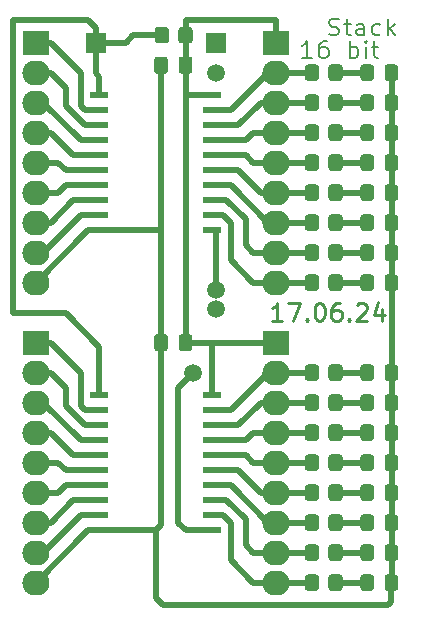
<source format=gbr>
%TF.GenerationSoftware,KiCad,Pcbnew,(5.1.8)-1*%
%TF.CreationDate,2024-06-17T18:48:39+03:00*%
%TF.ProjectId,STACK16,53544143-4b31-4362-9e6b-696361645f70,rev?*%
%TF.SameCoordinates,Original*%
%TF.FileFunction,Copper,L1,Top*%
%TF.FilePolarity,Positive*%
%FSLAX46Y46*%
G04 Gerber Fmt 4.6, Leading zero omitted, Abs format (unit mm)*
G04 Created by KiCad (PCBNEW (5.1.8)-1) date 2024-06-17 18:48:39*
%MOMM*%
%LPD*%
G01*
G04 APERTURE LIST*
%TA.AperFunction,NonConductor*%
%ADD10C,0.250000*%
%TD*%
%TA.AperFunction,NonConductor*%
%ADD11C,0.200000*%
%TD*%
%TA.AperFunction,SMDPad,CuDef*%
%ADD12R,1.500000X0.600000*%
%TD*%
%TA.AperFunction,ComponentPad*%
%ADD13O,2.300000X2.100000*%
%TD*%
%TA.AperFunction,ComponentPad*%
%ADD14R,2.300000X2.100000*%
%TD*%
%TA.AperFunction,ComponentPad*%
%ADD15R,1.700000X1.700000*%
%TD*%
%TA.AperFunction,ViaPad*%
%ADD16C,1.500000*%
%TD*%
%TA.AperFunction,Conductor*%
%ADD17C,0.500000*%
%TD*%
G04 APERTURE END LIST*
D10*
X71707857Y-51478571D02*
X70850714Y-51478571D01*
X71279285Y-51478571D02*
X71279285Y-49978571D01*
X71136428Y-50192857D01*
X70993571Y-50335714D01*
X70850714Y-50407142D01*
X72207857Y-49978571D02*
X73207857Y-49978571D01*
X72565000Y-51478571D01*
X73779285Y-51335714D02*
X73850714Y-51407142D01*
X73779285Y-51478571D01*
X73707857Y-51407142D01*
X73779285Y-51335714D01*
X73779285Y-51478571D01*
X74779285Y-49978571D02*
X74922142Y-49978571D01*
X75065000Y-50050000D01*
X75136428Y-50121428D01*
X75207857Y-50264285D01*
X75279285Y-50550000D01*
X75279285Y-50907142D01*
X75207857Y-51192857D01*
X75136428Y-51335714D01*
X75065000Y-51407142D01*
X74922142Y-51478571D01*
X74779285Y-51478571D01*
X74636428Y-51407142D01*
X74565000Y-51335714D01*
X74493571Y-51192857D01*
X74422142Y-50907142D01*
X74422142Y-50550000D01*
X74493571Y-50264285D01*
X74565000Y-50121428D01*
X74636428Y-50050000D01*
X74779285Y-49978571D01*
X76565000Y-49978571D02*
X76279285Y-49978571D01*
X76136428Y-50050000D01*
X76065000Y-50121428D01*
X75922142Y-50335714D01*
X75850714Y-50621428D01*
X75850714Y-51192857D01*
X75922142Y-51335714D01*
X75993571Y-51407142D01*
X76136428Y-51478571D01*
X76422142Y-51478571D01*
X76565000Y-51407142D01*
X76636428Y-51335714D01*
X76707857Y-51192857D01*
X76707857Y-50835714D01*
X76636428Y-50692857D01*
X76565000Y-50621428D01*
X76422142Y-50550000D01*
X76136428Y-50550000D01*
X75993571Y-50621428D01*
X75922142Y-50692857D01*
X75850714Y-50835714D01*
X77350714Y-51335714D02*
X77422142Y-51407142D01*
X77350714Y-51478571D01*
X77279285Y-51407142D01*
X77350714Y-51335714D01*
X77350714Y-51478571D01*
X77993571Y-50121428D02*
X78065000Y-50050000D01*
X78207857Y-49978571D01*
X78565000Y-49978571D01*
X78707857Y-50050000D01*
X78779285Y-50121428D01*
X78850714Y-50264285D01*
X78850714Y-50407142D01*
X78779285Y-50621428D01*
X77922142Y-51478571D01*
X78850714Y-51478571D01*
X80136428Y-50478571D02*
X80136428Y-51478571D01*
X79779285Y-49907142D02*
X79422142Y-50978571D01*
X80350714Y-50978571D01*
D11*
X74196071Y-29208333D02*
X73338928Y-29208333D01*
X73767500Y-29208333D02*
X73767500Y-27808333D01*
X73624642Y-28008333D01*
X73481785Y-28141666D01*
X73338928Y-28208333D01*
X75481785Y-27808333D02*
X75196071Y-27808333D01*
X75053214Y-27875000D01*
X74981785Y-27941666D01*
X74838928Y-28141666D01*
X74767500Y-28408333D01*
X74767500Y-28941666D01*
X74838928Y-29075000D01*
X74910357Y-29141666D01*
X75053214Y-29208333D01*
X75338928Y-29208333D01*
X75481785Y-29141666D01*
X75553214Y-29075000D01*
X75624642Y-28941666D01*
X75624642Y-28608333D01*
X75553214Y-28475000D01*
X75481785Y-28408333D01*
X75338928Y-28341666D01*
X75053214Y-28341666D01*
X74910357Y-28408333D01*
X74838928Y-28475000D01*
X74767500Y-28608333D01*
X77410357Y-29208333D02*
X77410357Y-27808333D01*
X77410357Y-28341666D02*
X77553214Y-28275000D01*
X77838928Y-28275000D01*
X77981785Y-28341666D01*
X78053214Y-28408333D01*
X78124642Y-28541666D01*
X78124642Y-28941666D01*
X78053214Y-29075000D01*
X77981785Y-29141666D01*
X77838928Y-29208333D01*
X77553214Y-29208333D01*
X77410357Y-29141666D01*
X78767500Y-29208333D02*
X78767500Y-28275000D01*
X78767500Y-27808333D02*
X78696071Y-27875000D01*
X78767500Y-27941666D01*
X78838928Y-27875000D01*
X78767500Y-27808333D01*
X78767500Y-27941666D01*
X79267500Y-28275000D02*
X79838928Y-28275000D01*
X79481785Y-27808333D02*
X79481785Y-29008333D01*
X79553214Y-29141666D01*
X79696071Y-29208333D01*
X79838928Y-29208333D01*
X75636785Y-27236666D02*
X75851071Y-27303333D01*
X76208214Y-27303333D01*
X76351071Y-27236666D01*
X76422500Y-27170000D01*
X76493928Y-27036666D01*
X76493928Y-26903333D01*
X76422500Y-26770000D01*
X76351071Y-26703333D01*
X76208214Y-26636666D01*
X75922500Y-26570000D01*
X75779642Y-26503333D01*
X75708214Y-26436666D01*
X75636785Y-26303333D01*
X75636785Y-26170000D01*
X75708214Y-26036666D01*
X75779642Y-25970000D01*
X75922500Y-25903333D01*
X76279642Y-25903333D01*
X76493928Y-25970000D01*
X76922500Y-26370000D02*
X77493928Y-26370000D01*
X77136785Y-25903333D02*
X77136785Y-27103333D01*
X77208214Y-27236666D01*
X77351071Y-27303333D01*
X77493928Y-27303333D01*
X78636785Y-27303333D02*
X78636785Y-26570000D01*
X78565357Y-26436666D01*
X78422500Y-26370000D01*
X78136785Y-26370000D01*
X77993928Y-26436666D01*
X78636785Y-27236666D02*
X78493928Y-27303333D01*
X78136785Y-27303333D01*
X77993928Y-27236666D01*
X77922500Y-27103333D01*
X77922500Y-26970000D01*
X77993928Y-26836666D01*
X78136785Y-26770000D01*
X78493928Y-26770000D01*
X78636785Y-26703333D01*
X79993928Y-27236666D02*
X79851071Y-27303333D01*
X79565357Y-27303333D01*
X79422500Y-27236666D01*
X79351071Y-27170000D01*
X79279642Y-27036666D01*
X79279642Y-26636666D01*
X79351071Y-26503333D01*
X79422500Y-26436666D01*
X79565357Y-26370000D01*
X79851071Y-26370000D01*
X79993928Y-26436666D01*
X80636785Y-27303333D02*
X80636785Y-25903333D01*
X80779642Y-26770000D02*
X81208214Y-27303333D01*
X81208214Y-26370000D02*
X80636785Y-26903333D01*
D12*
%TO.P,U2,20*%
%TO.N,VCC*%
X65710000Y-57785000D03*
%TO.P,U2,19*%
%TO.N,/Q8*%
X65710000Y-59055000D03*
%TO.P,U2,18*%
%TO.N,/Q9*%
X65710000Y-60325000D03*
%TO.P,U2,17*%
%TO.N,/Q10*%
X65710000Y-61595000D03*
%TO.P,U2,16*%
%TO.N,/Q11*%
X65710000Y-62865000D03*
%TO.P,U2,15*%
%TO.N,/Q12*%
X65710000Y-64135000D03*
%TO.P,U2,14*%
%TO.N,/Q13*%
X65710000Y-65405000D03*
%TO.P,U2,13*%
%TO.N,/Q14*%
X65710000Y-66675000D03*
%TO.P,U2,12*%
%TO.N,/Q15*%
X65710000Y-67945000D03*
%TO.P,U2,11*%
%TO.N,/CP*%
X65710000Y-69215000D03*
%TO.P,U2,10*%
%TO.N,GND*%
X56210000Y-69215000D03*
%TO.P,U2,9*%
%TO.N,/D15*%
X56210000Y-67945000D03*
%TO.P,U2,8*%
%TO.N,Net-(J5-Pad7)*%
X56210000Y-66675000D03*
%TO.P,U2,7*%
%TO.N,Net-(J5-Pad6)*%
X56210000Y-65405000D03*
%TO.P,U2,1*%
%TO.N,/~OE*%
X56210000Y-57785000D03*
%TO.P,U2,2*%
%TO.N,/D8*%
X56210000Y-59055000D03*
%TO.P,U2,3*%
%TO.N,Net-(J5-Pad2)*%
X56210000Y-60325000D03*
%TO.P,U2,4*%
%TO.N,Net-(J5-Pad3)*%
X56210000Y-61595000D03*
%TO.P,U2,5*%
%TO.N,Net-(J5-Pad4)*%
X56210000Y-62865000D03*
%TO.P,U2,6*%
%TO.N,Net-(J5-Pad5)*%
X56210000Y-64135000D03*
%TD*%
%TO.P,R17,2*%
%TO.N,/Q15*%
%TA.AperFunction,SMDPad,CuDef*%
G36*
G01*
X74800000Y-73209999D02*
X74800000Y-74110001D01*
G75*
G02*
X74550001Y-74360000I-249999J0D01*
G01*
X73849999Y-74360000D01*
G75*
G02*
X73600000Y-74110001I0J249999D01*
G01*
X73600000Y-73209999D01*
G75*
G02*
X73849999Y-72960000I249999J0D01*
G01*
X74550001Y-72960000D01*
G75*
G02*
X74800000Y-73209999I0J-249999D01*
G01*
G37*
%TD.AperFunction*%
%TO.P,R17,1*%
%TO.N,Net-(D16-Pad2)*%
%TA.AperFunction,SMDPad,CuDef*%
G36*
G01*
X76800000Y-73209999D02*
X76800000Y-74110001D01*
G75*
G02*
X76550001Y-74360000I-249999J0D01*
G01*
X75849999Y-74360000D01*
G75*
G02*
X75600000Y-74110001I0J249999D01*
G01*
X75600000Y-73209999D01*
G75*
G02*
X75849999Y-72960000I249999J0D01*
G01*
X76550001Y-72960000D01*
G75*
G02*
X76800000Y-73209999I0J-249999D01*
G01*
G37*
%TD.AperFunction*%
%TD*%
%TO.P,R16,2*%
%TO.N,/Q14*%
%TA.AperFunction,SMDPad,CuDef*%
G36*
G01*
X74800000Y-70669999D02*
X74800000Y-71570001D01*
G75*
G02*
X74550001Y-71820000I-249999J0D01*
G01*
X73849999Y-71820000D01*
G75*
G02*
X73600000Y-71570001I0J249999D01*
G01*
X73600000Y-70669999D01*
G75*
G02*
X73849999Y-70420000I249999J0D01*
G01*
X74550001Y-70420000D01*
G75*
G02*
X74800000Y-70669999I0J-249999D01*
G01*
G37*
%TD.AperFunction*%
%TO.P,R16,1*%
%TO.N,Net-(D15-Pad2)*%
%TA.AperFunction,SMDPad,CuDef*%
G36*
G01*
X76800000Y-70669999D02*
X76800000Y-71570001D01*
G75*
G02*
X76550001Y-71820000I-249999J0D01*
G01*
X75849999Y-71820000D01*
G75*
G02*
X75600000Y-71570001I0J249999D01*
G01*
X75600000Y-70669999D01*
G75*
G02*
X75849999Y-70420000I249999J0D01*
G01*
X76550001Y-70420000D01*
G75*
G02*
X76800000Y-70669999I0J-249999D01*
G01*
G37*
%TD.AperFunction*%
%TD*%
%TO.P,R15,2*%
%TO.N,/Q13*%
%TA.AperFunction,SMDPad,CuDef*%
G36*
G01*
X74800000Y-68129999D02*
X74800000Y-69030001D01*
G75*
G02*
X74550001Y-69280000I-249999J0D01*
G01*
X73849999Y-69280000D01*
G75*
G02*
X73600000Y-69030001I0J249999D01*
G01*
X73600000Y-68129999D01*
G75*
G02*
X73849999Y-67880000I249999J0D01*
G01*
X74550001Y-67880000D01*
G75*
G02*
X74800000Y-68129999I0J-249999D01*
G01*
G37*
%TD.AperFunction*%
%TO.P,R15,1*%
%TO.N,Net-(D14-Pad2)*%
%TA.AperFunction,SMDPad,CuDef*%
G36*
G01*
X76800000Y-68129999D02*
X76800000Y-69030001D01*
G75*
G02*
X76550001Y-69280000I-249999J0D01*
G01*
X75849999Y-69280000D01*
G75*
G02*
X75600000Y-69030001I0J249999D01*
G01*
X75600000Y-68129999D01*
G75*
G02*
X75849999Y-67880000I249999J0D01*
G01*
X76550001Y-67880000D01*
G75*
G02*
X76800000Y-68129999I0J-249999D01*
G01*
G37*
%TD.AperFunction*%
%TD*%
%TO.P,R14,2*%
%TO.N,/Q12*%
%TA.AperFunction,SMDPad,CuDef*%
G36*
G01*
X74800000Y-65589999D02*
X74800000Y-66490001D01*
G75*
G02*
X74550001Y-66740000I-249999J0D01*
G01*
X73849999Y-66740000D01*
G75*
G02*
X73600000Y-66490001I0J249999D01*
G01*
X73600000Y-65589999D01*
G75*
G02*
X73849999Y-65340000I249999J0D01*
G01*
X74550001Y-65340000D01*
G75*
G02*
X74800000Y-65589999I0J-249999D01*
G01*
G37*
%TD.AperFunction*%
%TO.P,R14,1*%
%TO.N,Net-(D13-Pad2)*%
%TA.AperFunction,SMDPad,CuDef*%
G36*
G01*
X76800000Y-65589999D02*
X76800000Y-66490001D01*
G75*
G02*
X76550001Y-66740000I-249999J0D01*
G01*
X75849999Y-66740000D01*
G75*
G02*
X75600000Y-66490001I0J249999D01*
G01*
X75600000Y-65589999D01*
G75*
G02*
X75849999Y-65340000I249999J0D01*
G01*
X76550001Y-65340000D01*
G75*
G02*
X76800000Y-65589999I0J-249999D01*
G01*
G37*
%TD.AperFunction*%
%TD*%
%TO.P,R13,2*%
%TO.N,/Q11*%
%TA.AperFunction,SMDPad,CuDef*%
G36*
G01*
X74800000Y-63049999D02*
X74800000Y-63950001D01*
G75*
G02*
X74550001Y-64200000I-249999J0D01*
G01*
X73849999Y-64200000D01*
G75*
G02*
X73600000Y-63950001I0J249999D01*
G01*
X73600000Y-63049999D01*
G75*
G02*
X73849999Y-62800000I249999J0D01*
G01*
X74550001Y-62800000D01*
G75*
G02*
X74800000Y-63049999I0J-249999D01*
G01*
G37*
%TD.AperFunction*%
%TO.P,R13,1*%
%TO.N,Net-(D12-Pad2)*%
%TA.AperFunction,SMDPad,CuDef*%
G36*
G01*
X76800000Y-63049999D02*
X76800000Y-63950001D01*
G75*
G02*
X76550001Y-64200000I-249999J0D01*
G01*
X75849999Y-64200000D01*
G75*
G02*
X75600000Y-63950001I0J249999D01*
G01*
X75600000Y-63049999D01*
G75*
G02*
X75849999Y-62800000I249999J0D01*
G01*
X76550001Y-62800000D01*
G75*
G02*
X76800000Y-63049999I0J-249999D01*
G01*
G37*
%TD.AperFunction*%
%TD*%
%TO.P,R12,2*%
%TO.N,/Q10*%
%TA.AperFunction,SMDPad,CuDef*%
G36*
G01*
X74800000Y-60509999D02*
X74800000Y-61410001D01*
G75*
G02*
X74550001Y-61660000I-249999J0D01*
G01*
X73849999Y-61660000D01*
G75*
G02*
X73600000Y-61410001I0J249999D01*
G01*
X73600000Y-60509999D01*
G75*
G02*
X73849999Y-60260000I249999J0D01*
G01*
X74550001Y-60260000D01*
G75*
G02*
X74800000Y-60509999I0J-249999D01*
G01*
G37*
%TD.AperFunction*%
%TO.P,R12,1*%
%TO.N,Net-(D11-Pad2)*%
%TA.AperFunction,SMDPad,CuDef*%
G36*
G01*
X76800000Y-60509999D02*
X76800000Y-61410001D01*
G75*
G02*
X76550001Y-61660000I-249999J0D01*
G01*
X75849999Y-61660000D01*
G75*
G02*
X75600000Y-61410001I0J249999D01*
G01*
X75600000Y-60509999D01*
G75*
G02*
X75849999Y-60260000I249999J0D01*
G01*
X76550001Y-60260000D01*
G75*
G02*
X76800000Y-60509999I0J-249999D01*
G01*
G37*
%TD.AperFunction*%
%TD*%
%TO.P,R11,2*%
%TO.N,/Q9*%
%TA.AperFunction,SMDPad,CuDef*%
G36*
G01*
X74800000Y-57969999D02*
X74800000Y-58870001D01*
G75*
G02*
X74550001Y-59120000I-249999J0D01*
G01*
X73849999Y-59120000D01*
G75*
G02*
X73600000Y-58870001I0J249999D01*
G01*
X73600000Y-57969999D01*
G75*
G02*
X73849999Y-57720000I249999J0D01*
G01*
X74550001Y-57720000D01*
G75*
G02*
X74800000Y-57969999I0J-249999D01*
G01*
G37*
%TD.AperFunction*%
%TO.P,R11,1*%
%TO.N,Net-(D10-Pad2)*%
%TA.AperFunction,SMDPad,CuDef*%
G36*
G01*
X76800000Y-57969999D02*
X76800000Y-58870001D01*
G75*
G02*
X76550001Y-59120000I-249999J0D01*
G01*
X75849999Y-59120000D01*
G75*
G02*
X75600000Y-58870001I0J249999D01*
G01*
X75600000Y-57969999D01*
G75*
G02*
X75849999Y-57720000I249999J0D01*
G01*
X76550001Y-57720000D01*
G75*
G02*
X76800000Y-57969999I0J-249999D01*
G01*
G37*
%TD.AperFunction*%
%TD*%
%TO.P,R10,2*%
%TO.N,/Q8*%
%TA.AperFunction,SMDPad,CuDef*%
G36*
G01*
X74800000Y-55429999D02*
X74800000Y-56330001D01*
G75*
G02*
X74550001Y-56580000I-249999J0D01*
G01*
X73849999Y-56580000D01*
G75*
G02*
X73600000Y-56330001I0J249999D01*
G01*
X73600000Y-55429999D01*
G75*
G02*
X73849999Y-55180000I249999J0D01*
G01*
X74550001Y-55180000D01*
G75*
G02*
X74800000Y-55429999I0J-249999D01*
G01*
G37*
%TD.AperFunction*%
%TO.P,R10,1*%
%TO.N,Net-(D9-Pad2)*%
%TA.AperFunction,SMDPad,CuDef*%
G36*
G01*
X76800000Y-55429999D02*
X76800000Y-56330001D01*
G75*
G02*
X76550001Y-56580000I-249999J0D01*
G01*
X75849999Y-56580000D01*
G75*
G02*
X75600000Y-56330001I0J249999D01*
G01*
X75600000Y-55429999D01*
G75*
G02*
X75849999Y-55180000I249999J0D01*
G01*
X76550001Y-55180000D01*
G75*
G02*
X76800000Y-55429999I0J-249999D01*
G01*
G37*
%TD.AperFunction*%
%TD*%
D13*
%TO.P,J6,9*%
%TO.N,/Q15*%
X71120000Y-73660000D03*
%TO.P,J6,8*%
%TO.N,/Q14*%
X71120000Y-71120000D03*
%TO.P,J6,7*%
%TO.N,/Q13*%
X71120000Y-68580000D03*
%TO.P,J6,6*%
%TO.N,/Q12*%
X71120000Y-66040000D03*
%TO.P,J6,5*%
%TO.N,/Q11*%
X71120000Y-63500000D03*
%TO.P,J6,4*%
%TO.N,/Q10*%
X71120000Y-60960000D03*
%TO.P,J6,3*%
%TO.N,/Q9*%
X71120000Y-58420000D03*
%TO.P,J6,2*%
%TO.N,/Q8*%
X71120000Y-55880000D03*
D14*
%TO.P,J6,1*%
%TO.N,VCC*%
X71120000Y-53340000D03*
%TD*%
D13*
%TO.P,J5,9*%
%TO.N,GND*%
X50800000Y-73660000D03*
%TO.P,J5,8*%
%TO.N,/D15*%
X50800000Y-71120000D03*
%TO.P,J5,7*%
%TO.N,Net-(J5-Pad7)*%
X50800000Y-68580000D03*
%TO.P,J5,6*%
%TO.N,Net-(J5-Pad6)*%
X50800000Y-66040000D03*
%TO.P,J5,5*%
%TO.N,Net-(J5-Pad5)*%
X50800000Y-63500000D03*
%TO.P,J5,4*%
%TO.N,Net-(J5-Pad4)*%
X50800000Y-60960000D03*
%TO.P,J5,3*%
%TO.N,Net-(J5-Pad3)*%
X50800000Y-58420000D03*
%TO.P,J5,2*%
%TO.N,Net-(J5-Pad2)*%
X50800000Y-55880000D03*
D14*
%TO.P,J5,1*%
%TO.N,/D8*%
X50800000Y-53340000D03*
%TD*%
%TO.P,D16,2*%
%TO.N,Net-(D16-Pad2)*%
%TA.AperFunction,SMDPad,CuDef*%
G36*
G01*
X79460000Y-73209999D02*
X79460000Y-74110001D01*
G75*
G02*
X79210001Y-74360000I-249999J0D01*
G01*
X78559999Y-74360000D01*
G75*
G02*
X78310000Y-74110001I0J249999D01*
G01*
X78310000Y-73209999D01*
G75*
G02*
X78559999Y-72960000I249999J0D01*
G01*
X79210001Y-72960000D01*
G75*
G02*
X79460000Y-73209999I0J-249999D01*
G01*
G37*
%TD.AperFunction*%
%TO.P,D16,1*%
%TO.N,GND*%
%TA.AperFunction,SMDPad,CuDef*%
G36*
G01*
X81510000Y-73209999D02*
X81510000Y-74110001D01*
G75*
G02*
X81260001Y-74360000I-249999J0D01*
G01*
X80609999Y-74360000D01*
G75*
G02*
X80360000Y-74110001I0J249999D01*
G01*
X80360000Y-73209999D01*
G75*
G02*
X80609999Y-72960000I249999J0D01*
G01*
X81260001Y-72960000D01*
G75*
G02*
X81510000Y-73209999I0J-249999D01*
G01*
G37*
%TD.AperFunction*%
%TD*%
%TO.P,D15,2*%
%TO.N,Net-(D15-Pad2)*%
%TA.AperFunction,SMDPad,CuDef*%
G36*
G01*
X79460000Y-70669999D02*
X79460000Y-71570001D01*
G75*
G02*
X79210001Y-71820000I-249999J0D01*
G01*
X78559999Y-71820000D01*
G75*
G02*
X78310000Y-71570001I0J249999D01*
G01*
X78310000Y-70669999D01*
G75*
G02*
X78559999Y-70420000I249999J0D01*
G01*
X79210001Y-70420000D01*
G75*
G02*
X79460000Y-70669999I0J-249999D01*
G01*
G37*
%TD.AperFunction*%
%TO.P,D15,1*%
%TO.N,GND*%
%TA.AperFunction,SMDPad,CuDef*%
G36*
G01*
X81510000Y-70669999D02*
X81510000Y-71570001D01*
G75*
G02*
X81260001Y-71820000I-249999J0D01*
G01*
X80609999Y-71820000D01*
G75*
G02*
X80360000Y-71570001I0J249999D01*
G01*
X80360000Y-70669999D01*
G75*
G02*
X80609999Y-70420000I249999J0D01*
G01*
X81260001Y-70420000D01*
G75*
G02*
X81510000Y-70669999I0J-249999D01*
G01*
G37*
%TD.AperFunction*%
%TD*%
%TO.P,D14,2*%
%TO.N,Net-(D14-Pad2)*%
%TA.AperFunction,SMDPad,CuDef*%
G36*
G01*
X79460000Y-68129999D02*
X79460000Y-69030001D01*
G75*
G02*
X79210001Y-69280000I-249999J0D01*
G01*
X78559999Y-69280000D01*
G75*
G02*
X78310000Y-69030001I0J249999D01*
G01*
X78310000Y-68129999D01*
G75*
G02*
X78559999Y-67880000I249999J0D01*
G01*
X79210001Y-67880000D01*
G75*
G02*
X79460000Y-68129999I0J-249999D01*
G01*
G37*
%TD.AperFunction*%
%TO.P,D14,1*%
%TO.N,GND*%
%TA.AperFunction,SMDPad,CuDef*%
G36*
G01*
X81510000Y-68129999D02*
X81510000Y-69030001D01*
G75*
G02*
X81260001Y-69280000I-249999J0D01*
G01*
X80609999Y-69280000D01*
G75*
G02*
X80360000Y-69030001I0J249999D01*
G01*
X80360000Y-68129999D01*
G75*
G02*
X80609999Y-67880000I249999J0D01*
G01*
X81260001Y-67880000D01*
G75*
G02*
X81510000Y-68129999I0J-249999D01*
G01*
G37*
%TD.AperFunction*%
%TD*%
%TO.P,D13,2*%
%TO.N,Net-(D13-Pad2)*%
%TA.AperFunction,SMDPad,CuDef*%
G36*
G01*
X79460000Y-65589999D02*
X79460000Y-66490001D01*
G75*
G02*
X79210001Y-66740000I-249999J0D01*
G01*
X78559999Y-66740000D01*
G75*
G02*
X78310000Y-66490001I0J249999D01*
G01*
X78310000Y-65589999D01*
G75*
G02*
X78559999Y-65340000I249999J0D01*
G01*
X79210001Y-65340000D01*
G75*
G02*
X79460000Y-65589999I0J-249999D01*
G01*
G37*
%TD.AperFunction*%
%TO.P,D13,1*%
%TO.N,GND*%
%TA.AperFunction,SMDPad,CuDef*%
G36*
G01*
X81510000Y-65589999D02*
X81510000Y-66490001D01*
G75*
G02*
X81260001Y-66740000I-249999J0D01*
G01*
X80609999Y-66740000D01*
G75*
G02*
X80360000Y-66490001I0J249999D01*
G01*
X80360000Y-65589999D01*
G75*
G02*
X80609999Y-65340000I249999J0D01*
G01*
X81260001Y-65340000D01*
G75*
G02*
X81510000Y-65589999I0J-249999D01*
G01*
G37*
%TD.AperFunction*%
%TD*%
%TO.P,D12,2*%
%TO.N,Net-(D12-Pad2)*%
%TA.AperFunction,SMDPad,CuDef*%
G36*
G01*
X79460000Y-63049999D02*
X79460000Y-63950001D01*
G75*
G02*
X79210001Y-64200000I-249999J0D01*
G01*
X78559999Y-64200000D01*
G75*
G02*
X78310000Y-63950001I0J249999D01*
G01*
X78310000Y-63049999D01*
G75*
G02*
X78559999Y-62800000I249999J0D01*
G01*
X79210001Y-62800000D01*
G75*
G02*
X79460000Y-63049999I0J-249999D01*
G01*
G37*
%TD.AperFunction*%
%TO.P,D12,1*%
%TO.N,GND*%
%TA.AperFunction,SMDPad,CuDef*%
G36*
G01*
X81510000Y-63049999D02*
X81510000Y-63950001D01*
G75*
G02*
X81260001Y-64200000I-249999J0D01*
G01*
X80609999Y-64200000D01*
G75*
G02*
X80360000Y-63950001I0J249999D01*
G01*
X80360000Y-63049999D01*
G75*
G02*
X80609999Y-62800000I249999J0D01*
G01*
X81260001Y-62800000D01*
G75*
G02*
X81510000Y-63049999I0J-249999D01*
G01*
G37*
%TD.AperFunction*%
%TD*%
%TO.P,D11,2*%
%TO.N,Net-(D11-Pad2)*%
%TA.AperFunction,SMDPad,CuDef*%
G36*
G01*
X79460000Y-60509999D02*
X79460000Y-61410001D01*
G75*
G02*
X79210001Y-61660000I-249999J0D01*
G01*
X78559999Y-61660000D01*
G75*
G02*
X78310000Y-61410001I0J249999D01*
G01*
X78310000Y-60509999D01*
G75*
G02*
X78559999Y-60260000I249999J0D01*
G01*
X79210001Y-60260000D01*
G75*
G02*
X79460000Y-60509999I0J-249999D01*
G01*
G37*
%TD.AperFunction*%
%TO.P,D11,1*%
%TO.N,GND*%
%TA.AperFunction,SMDPad,CuDef*%
G36*
G01*
X81510000Y-60509999D02*
X81510000Y-61410001D01*
G75*
G02*
X81260001Y-61660000I-249999J0D01*
G01*
X80609999Y-61660000D01*
G75*
G02*
X80360000Y-61410001I0J249999D01*
G01*
X80360000Y-60509999D01*
G75*
G02*
X80609999Y-60260000I249999J0D01*
G01*
X81260001Y-60260000D01*
G75*
G02*
X81510000Y-60509999I0J-249999D01*
G01*
G37*
%TD.AperFunction*%
%TD*%
%TO.P,D10,2*%
%TO.N,Net-(D10-Pad2)*%
%TA.AperFunction,SMDPad,CuDef*%
G36*
G01*
X79460000Y-57969999D02*
X79460000Y-58870001D01*
G75*
G02*
X79210001Y-59120000I-249999J0D01*
G01*
X78559999Y-59120000D01*
G75*
G02*
X78310000Y-58870001I0J249999D01*
G01*
X78310000Y-57969999D01*
G75*
G02*
X78559999Y-57720000I249999J0D01*
G01*
X79210001Y-57720000D01*
G75*
G02*
X79460000Y-57969999I0J-249999D01*
G01*
G37*
%TD.AperFunction*%
%TO.P,D10,1*%
%TO.N,GND*%
%TA.AperFunction,SMDPad,CuDef*%
G36*
G01*
X81510000Y-57969999D02*
X81510000Y-58870001D01*
G75*
G02*
X81260001Y-59120000I-249999J0D01*
G01*
X80609999Y-59120000D01*
G75*
G02*
X80360000Y-58870001I0J249999D01*
G01*
X80360000Y-57969999D01*
G75*
G02*
X80609999Y-57720000I249999J0D01*
G01*
X81260001Y-57720000D01*
G75*
G02*
X81510000Y-57969999I0J-249999D01*
G01*
G37*
%TD.AperFunction*%
%TD*%
%TO.P,D9,2*%
%TO.N,Net-(D9-Pad2)*%
%TA.AperFunction,SMDPad,CuDef*%
G36*
G01*
X79460000Y-55429999D02*
X79460000Y-56330001D01*
G75*
G02*
X79210001Y-56580000I-249999J0D01*
G01*
X78559999Y-56580000D01*
G75*
G02*
X78310000Y-56330001I0J249999D01*
G01*
X78310000Y-55429999D01*
G75*
G02*
X78559999Y-55180000I249999J0D01*
G01*
X79210001Y-55180000D01*
G75*
G02*
X79460000Y-55429999I0J-249999D01*
G01*
G37*
%TD.AperFunction*%
%TO.P,D9,1*%
%TO.N,GND*%
%TA.AperFunction,SMDPad,CuDef*%
G36*
G01*
X81510000Y-55429999D02*
X81510000Y-56330001D01*
G75*
G02*
X81260001Y-56580000I-249999J0D01*
G01*
X80609999Y-56580000D01*
G75*
G02*
X80360000Y-56330001I0J249999D01*
G01*
X80360000Y-55429999D01*
G75*
G02*
X80609999Y-55180000I249999J0D01*
G01*
X81260001Y-55180000D01*
G75*
G02*
X81510000Y-55429999I0J-249999D01*
G01*
G37*
%TD.AperFunction*%
%TD*%
%TO.P,C2,2*%
%TO.N,GND*%
%TA.AperFunction,SMDPad,CuDef*%
G36*
G01*
X62012500Y-52865000D02*
X62012500Y-53815000D01*
G75*
G02*
X61762500Y-54065000I-250000J0D01*
G01*
X61087500Y-54065000D01*
G75*
G02*
X60837500Y-53815000I0J250000D01*
G01*
X60837500Y-52865000D01*
G75*
G02*
X61087500Y-52615000I250000J0D01*
G01*
X61762500Y-52615000D01*
G75*
G02*
X62012500Y-52865000I0J-250000D01*
G01*
G37*
%TD.AperFunction*%
%TO.P,C2,1*%
%TO.N,VCC*%
%TA.AperFunction,SMDPad,CuDef*%
G36*
G01*
X64087500Y-52865000D02*
X64087500Y-53815000D01*
G75*
G02*
X63837500Y-54065000I-250000J0D01*
G01*
X63162500Y-54065000D01*
G75*
G02*
X62912500Y-53815000I0J250000D01*
G01*
X62912500Y-52865000D01*
G75*
G02*
X63162500Y-52615000I250000J0D01*
G01*
X63837500Y-52615000D01*
G75*
G02*
X64087500Y-52865000I0J-250000D01*
G01*
G37*
%TD.AperFunction*%
%TD*%
%TO.P,R9,2*%
%TO.N,VCC*%
%TA.AperFunction,SMDPad,CuDef*%
G36*
G01*
X62900000Y-27755001D02*
X62900000Y-26854999D01*
G75*
G02*
X63149999Y-26605000I249999J0D01*
G01*
X63850001Y-26605000D01*
G75*
G02*
X64100000Y-26854999I0J-249999D01*
G01*
X64100000Y-27755001D01*
G75*
G02*
X63850001Y-28005000I-249999J0D01*
G01*
X63149999Y-28005000D01*
G75*
G02*
X62900000Y-27755001I0J249999D01*
G01*
G37*
%TD.AperFunction*%
%TO.P,R9,1*%
%TO.N,/~OE*%
%TA.AperFunction,SMDPad,CuDef*%
G36*
G01*
X60900000Y-27755001D02*
X60900000Y-26854999D01*
G75*
G02*
X61149999Y-26605000I249999J0D01*
G01*
X61850001Y-26605000D01*
G75*
G02*
X62100000Y-26854999I0J-249999D01*
G01*
X62100000Y-27755001D01*
G75*
G02*
X61850001Y-28005000I-249999J0D01*
G01*
X61149999Y-28005000D01*
G75*
G02*
X60900000Y-27755001I0J249999D01*
G01*
G37*
%TD.AperFunction*%
%TD*%
D15*
%TO.P,J4,1*%
%TO.N,/~OE*%
X55880000Y-27940000D03*
%TD*%
%TO.P,J3,1*%
%TO.N,/CP*%
X66040000Y-27940000D03*
%TD*%
%TO.P,C1,1*%
%TO.N,VCC*%
%TA.AperFunction,SMDPad,CuDef*%
G36*
G01*
X64087500Y-29370000D02*
X64087500Y-30320000D01*
G75*
G02*
X63837500Y-30570000I-250000J0D01*
G01*
X63162500Y-30570000D01*
G75*
G02*
X62912500Y-30320000I0J250000D01*
G01*
X62912500Y-29370000D01*
G75*
G02*
X63162500Y-29120000I250000J0D01*
G01*
X63837500Y-29120000D01*
G75*
G02*
X64087500Y-29370000I0J-250000D01*
G01*
G37*
%TD.AperFunction*%
%TO.P,C1,2*%
%TO.N,GND*%
%TA.AperFunction,SMDPad,CuDef*%
G36*
G01*
X62012500Y-29370000D02*
X62012500Y-30320000D01*
G75*
G02*
X61762500Y-30570000I-250000J0D01*
G01*
X61087500Y-30570000D01*
G75*
G02*
X60837500Y-30320000I0J250000D01*
G01*
X60837500Y-29370000D01*
G75*
G02*
X61087500Y-29120000I250000J0D01*
G01*
X61762500Y-29120000D01*
G75*
G02*
X62012500Y-29370000I0J-250000D01*
G01*
G37*
%TD.AperFunction*%
%TD*%
%TO.P,D1,1*%
%TO.N,GND*%
%TA.AperFunction,SMDPad,CuDef*%
G36*
G01*
X81510000Y-30029999D02*
X81510000Y-30930001D01*
G75*
G02*
X81260001Y-31180000I-249999J0D01*
G01*
X80609999Y-31180000D01*
G75*
G02*
X80360000Y-30930001I0J249999D01*
G01*
X80360000Y-30029999D01*
G75*
G02*
X80609999Y-29780000I249999J0D01*
G01*
X81260001Y-29780000D01*
G75*
G02*
X81510000Y-30029999I0J-249999D01*
G01*
G37*
%TD.AperFunction*%
%TO.P,D1,2*%
%TO.N,Net-(D1-Pad2)*%
%TA.AperFunction,SMDPad,CuDef*%
G36*
G01*
X79460000Y-30029999D02*
X79460000Y-30930001D01*
G75*
G02*
X79210001Y-31180000I-249999J0D01*
G01*
X78559999Y-31180000D01*
G75*
G02*
X78310000Y-30930001I0J249999D01*
G01*
X78310000Y-30029999D01*
G75*
G02*
X78559999Y-29780000I249999J0D01*
G01*
X79210001Y-29780000D01*
G75*
G02*
X79460000Y-30029999I0J-249999D01*
G01*
G37*
%TD.AperFunction*%
%TD*%
%TO.P,D2,1*%
%TO.N,GND*%
%TA.AperFunction,SMDPad,CuDef*%
G36*
G01*
X81510000Y-32569999D02*
X81510000Y-33470001D01*
G75*
G02*
X81260001Y-33720000I-249999J0D01*
G01*
X80609999Y-33720000D01*
G75*
G02*
X80360000Y-33470001I0J249999D01*
G01*
X80360000Y-32569999D01*
G75*
G02*
X80609999Y-32320000I249999J0D01*
G01*
X81260001Y-32320000D01*
G75*
G02*
X81510000Y-32569999I0J-249999D01*
G01*
G37*
%TD.AperFunction*%
%TO.P,D2,2*%
%TO.N,Net-(D2-Pad2)*%
%TA.AperFunction,SMDPad,CuDef*%
G36*
G01*
X79460000Y-32569999D02*
X79460000Y-33470001D01*
G75*
G02*
X79210001Y-33720000I-249999J0D01*
G01*
X78559999Y-33720000D01*
G75*
G02*
X78310000Y-33470001I0J249999D01*
G01*
X78310000Y-32569999D01*
G75*
G02*
X78559999Y-32320000I249999J0D01*
G01*
X79210001Y-32320000D01*
G75*
G02*
X79460000Y-32569999I0J-249999D01*
G01*
G37*
%TD.AperFunction*%
%TD*%
%TO.P,D3,2*%
%TO.N,Net-(D3-Pad2)*%
%TA.AperFunction,SMDPad,CuDef*%
G36*
G01*
X79460000Y-35109999D02*
X79460000Y-36010001D01*
G75*
G02*
X79210001Y-36260000I-249999J0D01*
G01*
X78559999Y-36260000D01*
G75*
G02*
X78310000Y-36010001I0J249999D01*
G01*
X78310000Y-35109999D01*
G75*
G02*
X78559999Y-34860000I249999J0D01*
G01*
X79210001Y-34860000D01*
G75*
G02*
X79460000Y-35109999I0J-249999D01*
G01*
G37*
%TD.AperFunction*%
%TO.P,D3,1*%
%TO.N,GND*%
%TA.AperFunction,SMDPad,CuDef*%
G36*
G01*
X81510000Y-35109999D02*
X81510000Y-36010001D01*
G75*
G02*
X81260001Y-36260000I-249999J0D01*
G01*
X80609999Y-36260000D01*
G75*
G02*
X80360000Y-36010001I0J249999D01*
G01*
X80360000Y-35109999D01*
G75*
G02*
X80609999Y-34860000I249999J0D01*
G01*
X81260001Y-34860000D01*
G75*
G02*
X81510000Y-35109999I0J-249999D01*
G01*
G37*
%TD.AperFunction*%
%TD*%
%TO.P,D4,1*%
%TO.N,GND*%
%TA.AperFunction,SMDPad,CuDef*%
G36*
G01*
X81510000Y-37649999D02*
X81510000Y-38550001D01*
G75*
G02*
X81260001Y-38800000I-249999J0D01*
G01*
X80609999Y-38800000D01*
G75*
G02*
X80360000Y-38550001I0J249999D01*
G01*
X80360000Y-37649999D01*
G75*
G02*
X80609999Y-37400000I249999J0D01*
G01*
X81260001Y-37400000D01*
G75*
G02*
X81510000Y-37649999I0J-249999D01*
G01*
G37*
%TD.AperFunction*%
%TO.P,D4,2*%
%TO.N,Net-(D4-Pad2)*%
%TA.AperFunction,SMDPad,CuDef*%
G36*
G01*
X79460000Y-37649999D02*
X79460000Y-38550001D01*
G75*
G02*
X79210001Y-38800000I-249999J0D01*
G01*
X78559999Y-38800000D01*
G75*
G02*
X78310000Y-38550001I0J249999D01*
G01*
X78310000Y-37649999D01*
G75*
G02*
X78559999Y-37400000I249999J0D01*
G01*
X79210001Y-37400000D01*
G75*
G02*
X79460000Y-37649999I0J-249999D01*
G01*
G37*
%TD.AperFunction*%
%TD*%
%TO.P,D5,2*%
%TO.N,Net-(D5-Pad2)*%
%TA.AperFunction,SMDPad,CuDef*%
G36*
G01*
X79460000Y-40189999D02*
X79460000Y-41090001D01*
G75*
G02*
X79210001Y-41340000I-249999J0D01*
G01*
X78559999Y-41340000D01*
G75*
G02*
X78310000Y-41090001I0J249999D01*
G01*
X78310000Y-40189999D01*
G75*
G02*
X78559999Y-39940000I249999J0D01*
G01*
X79210001Y-39940000D01*
G75*
G02*
X79460000Y-40189999I0J-249999D01*
G01*
G37*
%TD.AperFunction*%
%TO.P,D5,1*%
%TO.N,GND*%
%TA.AperFunction,SMDPad,CuDef*%
G36*
G01*
X81510000Y-40189999D02*
X81510000Y-41090001D01*
G75*
G02*
X81260001Y-41340000I-249999J0D01*
G01*
X80609999Y-41340000D01*
G75*
G02*
X80360000Y-41090001I0J249999D01*
G01*
X80360000Y-40189999D01*
G75*
G02*
X80609999Y-39940000I249999J0D01*
G01*
X81260001Y-39940000D01*
G75*
G02*
X81510000Y-40189999I0J-249999D01*
G01*
G37*
%TD.AperFunction*%
%TD*%
%TO.P,D6,2*%
%TO.N,Net-(D6-Pad2)*%
%TA.AperFunction,SMDPad,CuDef*%
G36*
G01*
X79460000Y-42729999D02*
X79460000Y-43630001D01*
G75*
G02*
X79210001Y-43880000I-249999J0D01*
G01*
X78559999Y-43880000D01*
G75*
G02*
X78310000Y-43630001I0J249999D01*
G01*
X78310000Y-42729999D01*
G75*
G02*
X78559999Y-42480000I249999J0D01*
G01*
X79210001Y-42480000D01*
G75*
G02*
X79460000Y-42729999I0J-249999D01*
G01*
G37*
%TD.AperFunction*%
%TO.P,D6,1*%
%TO.N,GND*%
%TA.AperFunction,SMDPad,CuDef*%
G36*
G01*
X81510000Y-42729999D02*
X81510000Y-43630001D01*
G75*
G02*
X81260001Y-43880000I-249999J0D01*
G01*
X80609999Y-43880000D01*
G75*
G02*
X80360000Y-43630001I0J249999D01*
G01*
X80360000Y-42729999D01*
G75*
G02*
X80609999Y-42480000I249999J0D01*
G01*
X81260001Y-42480000D01*
G75*
G02*
X81510000Y-42729999I0J-249999D01*
G01*
G37*
%TD.AperFunction*%
%TD*%
%TO.P,D7,2*%
%TO.N,Net-(D7-Pad2)*%
%TA.AperFunction,SMDPad,CuDef*%
G36*
G01*
X79460000Y-45269999D02*
X79460000Y-46170001D01*
G75*
G02*
X79210001Y-46420000I-249999J0D01*
G01*
X78559999Y-46420000D01*
G75*
G02*
X78310000Y-46170001I0J249999D01*
G01*
X78310000Y-45269999D01*
G75*
G02*
X78559999Y-45020000I249999J0D01*
G01*
X79210001Y-45020000D01*
G75*
G02*
X79460000Y-45269999I0J-249999D01*
G01*
G37*
%TD.AperFunction*%
%TO.P,D7,1*%
%TO.N,GND*%
%TA.AperFunction,SMDPad,CuDef*%
G36*
G01*
X81510000Y-45269999D02*
X81510000Y-46170001D01*
G75*
G02*
X81260001Y-46420000I-249999J0D01*
G01*
X80609999Y-46420000D01*
G75*
G02*
X80360000Y-46170001I0J249999D01*
G01*
X80360000Y-45269999D01*
G75*
G02*
X80609999Y-45020000I249999J0D01*
G01*
X81260001Y-45020000D01*
G75*
G02*
X81510000Y-45269999I0J-249999D01*
G01*
G37*
%TD.AperFunction*%
%TD*%
%TO.P,D8,1*%
%TO.N,GND*%
%TA.AperFunction,SMDPad,CuDef*%
G36*
G01*
X81510000Y-47809999D02*
X81510000Y-48710001D01*
G75*
G02*
X81260001Y-48960000I-249999J0D01*
G01*
X80609999Y-48960000D01*
G75*
G02*
X80360000Y-48710001I0J249999D01*
G01*
X80360000Y-47809999D01*
G75*
G02*
X80609999Y-47560000I249999J0D01*
G01*
X81260001Y-47560000D01*
G75*
G02*
X81510000Y-47809999I0J-249999D01*
G01*
G37*
%TD.AperFunction*%
%TO.P,D8,2*%
%TO.N,Net-(D8-Pad2)*%
%TA.AperFunction,SMDPad,CuDef*%
G36*
G01*
X79460000Y-47809999D02*
X79460000Y-48710001D01*
G75*
G02*
X79210001Y-48960000I-249999J0D01*
G01*
X78559999Y-48960000D01*
G75*
G02*
X78310000Y-48710001I0J249999D01*
G01*
X78310000Y-47809999D01*
G75*
G02*
X78559999Y-47560000I249999J0D01*
G01*
X79210001Y-47560000D01*
G75*
G02*
X79460000Y-47809999I0J-249999D01*
G01*
G37*
%TD.AperFunction*%
%TD*%
D13*
%TO.P,J1,9*%
%TO.N,/Q7*%
X71120000Y-48260000D03*
%TO.P,J1,8*%
%TO.N,/Q6*%
X71120000Y-45720000D03*
%TO.P,J1,7*%
%TO.N,/Q5*%
X71120000Y-43180000D03*
%TO.P,J1,6*%
%TO.N,/Q4*%
X71120000Y-40640000D03*
%TO.P,J1,5*%
%TO.N,/Q3*%
X71120000Y-38100000D03*
%TO.P,J1,4*%
%TO.N,/Q2*%
X71120000Y-35560000D03*
%TO.P,J1,3*%
%TO.N,/Q1*%
X71120000Y-33020000D03*
%TO.P,J1,2*%
%TO.N,/Q0*%
X71120000Y-30480000D03*
D14*
%TO.P,J1,1*%
%TO.N,VCC*%
X71120000Y-27940000D03*
%TD*%
%TO.P,J2,1*%
%TO.N,/D0*%
X50800000Y-27940000D03*
D13*
%TO.P,J2,2*%
%TO.N,Net-(J2-Pad2)*%
X50800000Y-30480000D03*
%TO.P,J2,3*%
%TO.N,Net-(J2-Pad3)*%
X50800000Y-33020000D03*
%TO.P,J2,4*%
%TO.N,Net-(J2-Pad4)*%
X50800000Y-35560000D03*
%TO.P,J2,5*%
%TO.N,Net-(J2-Pad5)*%
X50800000Y-38100000D03*
%TO.P,J2,6*%
%TO.N,Net-(J2-Pad6)*%
X50800000Y-40640000D03*
%TO.P,J2,7*%
%TO.N,Net-(J2-Pad7)*%
X50800000Y-43180000D03*
%TO.P,J2,8*%
%TO.N,/D7*%
X50800000Y-45720000D03*
%TO.P,J2,9*%
%TO.N,GND*%
X50800000Y-48260000D03*
%TD*%
%TO.P,R1,1*%
%TO.N,Net-(D1-Pad2)*%
%TA.AperFunction,SMDPad,CuDef*%
G36*
G01*
X76800000Y-30029999D02*
X76800000Y-30930001D01*
G75*
G02*
X76550001Y-31180000I-249999J0D01*
G01*
X75849999Y-31180000D01*
G75*
G02*
X75600000Y-30930001I0J249999D01*
G01*
X75600000Y-30029999D01*
G75*
G02*
X75849999Y-29780000I249999J0D01*
G01*
X76550001Y-29780000D01*
G75*
G02*
X76800000Y-30029999I0J-249999D01*
G01*
G37*
%TD.AperFunction*%
%TO.P,R1,2*%
%TO.N,/Q0*%
%TA.AperFunction,SMDPad,CuDef*%
G36*
G01*
X74800000Y-30029999D02*
X74800000Y-30930001D01*
G75*
G02*
X74550001Y-31180000I-249999J0D01*
G01*
X73849999Y-31180000D01*
G75*
G02*
X73600000Y-30930001I0J249999D01*
G01*
X73600000Y-30029999D01*
G75*
G02*
X73849999Y-29780000I249999J0D01*
G01*
X74550001Y-29780000D01*
G75*
G02*
X74800000Y-30029999I0J-249999D01*
G01*
G37*
%TD.AperFunction*%
%TD*%
%TO.P,R2,1*%
%TO.N,Net-(D2-Pad2)*%
%TA.AperFunction,SMDPad,CuDef*%
G36*
G01*
X76800000Y-32569999D02*
X76800000Y-33470001D01*
G75*
G02*
X76550001Y-33720000I-249999J0D01*
G01*
X75849999Y-33720000D01*
G75*
G02*
X75600000Y-33470001I0J249999D01*
G01*
X75600000Y-32569999D01*
G75*
G02*
X75849999Y-32320000I249999J0D01*
G01*
X76550001Y-32320000D01*
G75*
G02*
X76800000Y-32569999I0J-249999D01*
G01*
G37*
%TD.AperFunction*%
%TO.P,R2,2*%
%TO.N,/Q1*%
%TA.AperFunction,SMDPad,CuDef*%
G36*
G01*
X74800000Y-32569999D02*
X74800000Y-33470001D01*
G75*
G02*
X74550001Y-33720000I-249999J0D01*
G01*
X73849999Y-33720000D01*
G75*
G02*
X73600000Y-33470001I0J249999D01*
G01*
X73600000Y-32569999D01*
G75*
G02*
X73849999Y-32320000I249999J0D01*
G01*
X74550001Y-32320000D01*
G75*
G02*
X74800000Y-32569999I0J-249999D01*
G01*
G37*
%TD.AperFunction*%
%TD*%
%TO.P,R3,2*%
%TO.N,/Q2*%
%TA.AperFunction,SMDPad,CuDef*%
G36*
G01*
X74800000Y-35109999D02*
X74800000Y-36010001D01*
G75*
G02*
X74550001Y-36260000I-249999J0D01*
G01*
X73849999Y-36260000D01*
G75*
G02*
X73600000Y-36010001I0J249999D01*
G01*
X73600000Y-35109999D01*
G75*
G02*
X73849999Y-34860000I249999J0D01*
G01*
X74550001Y-34860000D01*
G75*
G02*
X74800000Y-35109999I0J-249999D01*
G01*
G37*
%TD.AperFunction*%
%TO.P,R3,1*%
%TO.N,Net-(D3-Pad2)*%
%TA.AperFunction,SMDPad,CuDef*%
G36*
G01*
X76800000Y-35109999D02*
X76800000Y-36010001D01*
G75*
G02*
X76550001Y-36260000I-249999J0D01*
G01*
X75849999Y-36260000D01*
G75*
G02*
X75600000Y-36010001I0J249999D01*
G01*
X75600000Y-35109999D01*
G75*
G02*
X75849999Y-34860000I249999J0D01*
G01*
X76550001Y-34860000D01*
G75*
G02*
X76800000Y-35109999I0J-249999D01*
G01*
G37*
%TD.AperFunction*%
%TD*%
%TO.P,R4,2*%
%TO.N,/Q3*%
%TA.AperFunction,SMDPad,CuDef*%
G36*
G01*
X74800000Y-37649999D02*
X74800000Y-38550001D01*
G75*
G02*
X74550001Y-38800000I-249999J0D01*
G01*
X73849999Y-38800000D01*
G75*
G02*
X73600000Y-38550001I0J249999D01*
G01*
X73600000Y-37649999D01*
G75*
G02*
X73849999Y-37400000I249999J0D01*
G01*
X74550001Y-37400000D01*
G75*
G02*
X74800000Y-37649999I0J-249999D01*
G01*
G37*
%TD.AperFunction*%
%TO.P,R4,1*%
%TO.N,Net-(D4-Pad2)*%
%TA.AperFunction,SMDPad,CuDef*%
G36*
G01*
X76800000Y-37649999D02*
X76800000Y-38550001D01*
G75*
G02*
X76550001Y-38800000I-249999J0D01*
G01*
X75849999Y-38800000D01*
G75*
G02*
X75600000Y-38550001I0J249999D01*
G01*
X75600000Y-37649999D01*
G75*
G02*
X75849999Y-37400000I249999J0D01*
G01*
X76550001Y-37400000D01*
G75*
G02*
X76800000Y-37649999I0J-249999D01*
G01*
G37*
%TD.AperFunction*%
%TD*%
%TO.P,R5,1*%
%TO.N,Net-(D5-Pad2)*%
%TA.AperFunction,SMDPad,CuDef*%
G36*
G01*
X76800000Y-40189999D02*
X76800000Y-41090001D01*
G75*
G02*
X76550001Y-41340000I-249999J0D01*
G01*
X75849999Y-41340000D01*
G75*
G02*
X75600000Y-41090001I0J249999D01*
G01*
X75600000Y-40189999D01*
G75*
G02*
X75849999Y-39940000I249999J0D01*
G01*
X76550001Y-39940000D01*
G75*
G02*
X76800000Y-40189999I0J-249999D01*
G01*
G37*
%TD.AperFunction*%
%TO.P,R5,2*%
%TO.N,/Q4*%
%TA.AperFunction,SMDPad,CuDef*%
G36*
G01*
X74800000Y-40189999D02*
X74800000Y-41090001D01*
G75*
G02*
X74550001Y-41340000I-249999J0D01*
G01*
X73849999Y-41340000D01*
G75*
G02*
X73600000Y-41090001I0J249999D01*
G01*
X73600000Y-40189999D01*
G75*
G02*
X73849999Y-39940000I249999J0D01*
G01*
X74550001Y-39940000D01*
G75*
G02*
X74800000Y-40189999I0J-249999D01*
G01*
G37*
%TD.AperFunction*%
%TD*%
%TO.P,R6,2*%
%TO.N,/Q5*%
%TA.AperFunction,SMDPad,CuDef*%
G36*
G01*
X74800000Y-42729999D02*
X74800000Y-43630001D01*
G75*
G02*
X74550001Y-43880000I-249999J0D01*
G01*
X73849999Y-43880000D01*
G75*
G02*
X73600000Y-43630001I0J249999D01*
G01*
X73600000Y-42729999D01*
G75*
G02*
X73849999Y-42480000I249999J0D01*
G01*
X74550001Y-42480000D01*
G75*
G02*
X74800000Y-42729999I0J-249999D01*
G01*
G37*
%TD.AperFunction*%
%TO.P,R6,1*%
%TO.N,Net-(D6-Pad2)*%
%TA.AperFunction,SMDPad,CuDef*%
G36*
G01*
X76800000Y-42729999D02*
X76800000Y-43630001D01*
G75*
G02*
X76550001Y-43880000I-249999J0D01*
G01*
X75849999Y-43880000D01*
G75*
G02*
X75600000Y-43630001I0J249999D01*
G01*
X75600000Y-42729999D01*
G75*
G02*
X75849999Y-42480000I249999J0D01*
G01*
X76550001Y-42480000D01*
G75*
G02*
X76800000Y-42729999I0J-249999D01*
G01*
G37*
%TD.AperFunction*%
%TD*%
%TO.P,R7,2*%
%TO.N,/Q6*%
%TA.AperFunction,SMDPad,CuDef*%
G36*
G01*
X74800000Y-45269999D02*
X74800000Y-46170001D01*
G75*
G02*
X74550001Y-46420000I-249999J0D01*
G01*
X73849999Y-46420000D01*
G75*
G02*
X73600000Y-46170001I0J249999D01*
G01*
X73600000Y-45269999D01*
G75*
G02*
X73849999Y-45020000I249999J0D01*
G01*
X74550001Y-45020000D01*
G75*
G02*
X74800000Y-45269999I0J-249999D01*
G01*
G37*
%TD.AperFunction*%
%TO.P,R7,1*%
%TO.N,Net-(D7-Pad2)*%
%TA.AperFunction,SMDPad,CuDef*%
G36*
G01*
X76800000Y-45269999D02*
X76800000Y-46170001D01*
G75*
G02*
X76550001Y-46420000I-249999J0D01*
G01*
X75849999Y-46420000D01*
G75*
G02*
X75600000Y-46170001I0J249999D01*
G01*
X75600000Y-45269999D01*
G75*
G02*
X75849999Y-45020000I249999J0D01*
G01*
X76550001Y-45020000D01*
G75*
G02*
X76800000Y-45269999I0J-249999D01*
G01*
G37*
%TD.AperFunction*%
%TD*%
%TO.P,R8,1*%
%TO.N,Net-(D8-Pad2)*%
%TA.AperFunction,SMDPad,CuDef*%
G36*
G01*
X76800000Y-47809999D02*
X76800000Y-48710001D01*
G75*
G02*
X76550001Y-48960000I-249999J0D01*
G01*
X75849999Y-48960000D01*
G75*
G02*
X75600000Y-48710001I0J249999D01*
G01*
X75600000Y-47809999D01*
G75*
G02*
X75849999Y-47560000I249999J0D01*
G01*
X76550001Y-47560000D01*
G75*
G02*
X76800000Y-47809999I0J-249999D01*
G01*
G37*
%TD.AperFunction*%
%TO.P,R8,2*%
%TO.N,/Q7*%
%TA.AperFunction,SMDPad,CuDef*%
G36*
G01*
X74800000Y-47809999D02*
X74800000Y-48710001D01*
G75*
G02*
X74550001Y-48960000I-249999J0D01*
G01*
X73849999Y-48960000D01*
G75*
G02*
X73600000Y-48710001I0J249999D01*
G01*
X73600000Y-47809999D01*
G75*
G02*
X73849999Y-47560000I249999J0D01*
G01*
X74550001Y-47560000D01*
G75*
G02*
X74800000Y-47809999I0J-249999D01*
G01*
G37*
%TD.AperFunction*%
%TD*%
D12*
%TO.P,U1,6*%
%TO.N,Net-(J2-Pad5)*%
X56210000Y-38735000D03*
%TO.P,U1,5*%
%TO.N,Net-(J2-Pad4)*%
X56210000Y-37465000D03*
%TO.P,U1,4*%
%TO.N,Net-(J2-Pad3)*%
X56210000Y-36195000D03*
%TO.P,U1,3*%
%TO.N,Net-(J2-Pad2)*%
X56210000Y-34925000D03*
%TO.P,U1,2*%
%TO.N,/D0*%
X56210000Y-33655000D03*
%TO.P,U1,1*%
%TO.N,/~OE*%
X56210000Y-32385000D03*
%TO.P,U1,7*%
%TO.N,Net-(J2-Pad6)*%
X56210000Y-40005000D03*
%TO.P,U1,8*%
%TO.N,Net-(J2-Pad7)*%
X56210000Y-41275000D03*
%TO.P,U1,9*%
%TO.N,/D7*%
X56210000Y-42545000D03*
%TO.P,U1,10*%
%TO.N,GND*%
X56210000Y-43815000D03*
%TO.P,U1,11*%
%TO.N,/CP*%
X65710000Y-43815000D03*
%TO.P,U1,12*%
%TO.N,/Q7*%
X65710000Y-42545000D03*
%TO.P,U1,13*%
%TO.N,/Q6*%
X65710000Y-41275000D03*
%TO.P,U1,14*%
%TO.N,/Q5*%
X65710000Y-40005000D03*
%TO.P,U1,15*%
%TO.N,/Q4*%
X65710000Y-38735000D03*
%TO.P,U1,16*%
%TO.N,/Q3*%
X65710000Y-37465000D03*
%TO.P,U1,17*%
%TO.N,/Q2*%
X65710000Y-36195000D03*
%TO.P,U1,18*%
%TO.N,/Q1*%
X65710000Y-34925000D03*
%TO.P,U1,19*%
%TO.N,/Q0*%
X65710000Y-33655000D03*
%TO.P,U1,20*%
%TO.N,VCC*%
X65710000Y-32385000D03*
%TD*%
D16*
%TO.N,/CP*%
X64135000Y-55880000D03*
X66040000Y-50495000D03*
X66040000Y-30480000D03*
X66040000Y-48895000D03*
%TD*%
D17*
%TO.N,VCC*%
X63500000Y-27305000D02*
X63500000Y-29845000D01*
X63500000Y-32385000D02*
X65710000Y-32385000D01*
X63500000Y-53340000D02*
X63500000Y-32385000D01*
X63500000Y-32385000D02*
X63500000Y-29845000D01*
X65722500Y-53340000D02*
X65722500Y-57772500D01*
X63500000Y-53340000D02*
X65722500Y-53340000D01*
X65722500Y-57772500D02*
X65710000Y-57785000D01*
X65722500Y-53340000D02*
X71120000Y-53340000D01*
X63500000Y-27305000D02*
X63500000Y-26035000D01*
X63500000Y-26035000D02*
X71120000Y-26035000D01*
X71120000Y-26035000D02*
X71120000Y-27940000D01*
%TO.N,GND*%
X56210000Y-69215000D02*
X55245000Y-69215000D01*
X55245000Y-69215000D02*
X50800000Y-73660000D01*
X55245000Y-43815000D02*
X50800000Y-48260000D01*
X56210000Y-43815000D02*
X55245000Y-43815000D01*
X80962500Y-73660000D02*
X80962500Y-30480000D01*
X61425000Y-29845000D02*
X61425000Y-53340000D01*
X56210000Y-43815000D02*
X61425000Y-43815000D01*
X61425000Y-53340000D02*
X61425000Y-68750000D01*
X60960000Y-69215000D02*
X56210000Y-69215000D01*
X61425000Y-68750000D02*
X60960000Y-69215000D01*
X60960000Y-69215000D02*
X60960000Y-74930000D01*
X60960000Y-74930000D02*
X61595000Y-75565000D01*
X61595000Y-75565000D02*
X80645000Y-75565000D01*
X80935000Y-75275000D02*
X80935000Y-73660000D01*
X80645000Y-75565000D02*
X80935000Y-75275000D01*
%TO.N,Net-(D1-Pad2)*%
X76200000Y-30480000D02*
X78985000Y-30480000D01*
%TO.N,Net-(D2-Pad2)*%
X76295000Y-33020000D02*
X78985000Y-33020000D01*
%TO.N,Net-(D3-Pad2)*%
X76295000Y-35560000D02*
X78985000Y-35560000D01*
%TO.N,Net-(D4-Pad2)*%
X76295000Y-38100000D02*
X78985000Y-38100000D01*
%TO.N,Net-(D5-Pad2)*%
X76200000Y-40640000D02*
X78985000Y-40640000D01*
%TO.N,Net-(D6-Pad2)*%
X76200000Y-43180000D02*
X78985000Y-43180000D01*
%TO.N,Net-(D7-Pad2)*%
X76200000Y-45720000D02*
X78985000Y-45720000D01*
%TO.N,Net-(D8-Pad2)*%
X76200000Y-48260000D02*
X78985000Y-48260000D01*
%TO.N,/Q7*%
X65710000Y-42545000D02*
X66675000Y-42545000D01*
X66675000Y-42545000D02*
X67310000Y-43180000D01*
X67310000Y-43180000D02*
X67310000Y-46355000D01*
X69215000Y-48260000D02*
X71120000Y-48260000D01*
X67310000Y-46355000D02*
X69215000Y-48260000D01*
X71120000Y-48260000D02*
X74200000Y-48260000D01*
%TO.N,/Q6*%
X66960000Y-41275000D02*
X68580000Y-42895000D01*
X65710000Y-41275000D02*
X66960000Y-41275000D01*
X68580000Y-42895000D02*
X68580000Y-45085000D01*
X69215000Y-45720000D02*
X71120000Y-45720000D01*
X68580000Y-45085000D02*
X69215000Y-45720000D01*
X71120000Y-45720000D02*
X74200000Y-45720000D01*
%TO.N,/Q5*%
X65710000Y-40005000D02*
X67310000Y-40005000D01*
X70485000Y-43180000D02*
X71120000Y-43180000D01*
X67310000Y-40005000D02*
X70485000Y-43180000D01*
X71120000Y-43180000D02*
X74200000Y-43180000D01*
%TO.N,/Q4*%
X65710000Y-38735000D02*
X67945000Y-38735000D01*
X69850000Y-40640000D02*
X71120000Y-40640000D01*
X67945000Y-38735000D02*
X69850000Y-40640000D01*
X71120000Y-40640000D02*
X74200000Y-40640000D01*
%TO.N,/Q3*%
X65710000Y-37465000D02*
X68580000Y-37465000D01*
X69215000Y-38100000D02*
X71120000Y-38100000D01*
X68580000Y-37465000D02*
X69215000Y-38100000D01*
X71120000Y-38100000D02*
X74295000Y-38100000D01*
%TO.N,/Q2*%
X65710000Y-36195000D02*
X68580000Y-36195000D01*
X69215000Y-35560000D02*
X71120000Y-35560000D01*
X68580000Y-36195000D02*
X69215000Y-35560000D01*
X71120000Y-35560000D02*
X74295000Y-35560000D01*
%TO.N,/Q1*%
X65710000Y-34925000D02*
X67945000Y-34925000D01*
X69850000Y-33020000D02*
X71120000Y-33020000D01*
X67945000Y-34925000D02*
X69850000Y-33020000D01*
X71120000Y-33020000D02*
X74295000Y-33020000D01*
%TO.N,/Q0*%
X65710000Y-33655000D02*
X67310000Y-33655000D01*
X70485000Y-30480000D02*
X71120000Y-30480000D01*
X67310000Y-33655000D02*
X70485000Y-30480000D01*
X71120000Y-30480000D02*
X74200000Y-30480000D01*
%TO.N,/D0*%
X54960000Y-33655000D02*
X54610000Y-33305000D01*
X56210000Y-33655000D02*
X54960000Y-33655000D01*
X54610000Y-33305000D02*
X54610000Y-30480000D01*
X52070000Y-27940000D02*
X50800000Y-27940000D01*
X54610000Y-30480000D02*
X52070000Y-27940000D01*
%TO.N,Net-(J2-Pad2)*%
X54960000Y-34925000D02*
X53340000Y-33305000D01*
X56210000Y-34925000D02*
X54960000Y-34925000D01*
X53340000Y-33305000D02*
X53340000Y-31750000D01*
X52070000Y-30480000D02*
X50800000Y-30480000D01*
X53340000Y-31750000D02*
X52070000Y-30480000D01*
%TO.N,Net-(J2-Pad3)*%
X56210000Y-36195000D02*
X54610000Y-36195000D01*
X51435000Y-33020000D02*
X50800000Y-33020000D01*
X54610000Y-36195000D02*
X51435000Y-33020000D01*
%TO.N,Net-(J2-Pad4)*%
X56210000Y-37465000D02*
X53975000Y-37465000D01*
X52070000Y-35560000D02*
X50800000Y-35560000D01*
X53975000Y-37465000D02*
X52070000Y-35560000D01*
%TO.N,Net-(J2-Pad5)*%
X52705000Y-38100000D02*
X50800000Y-38100000D01*
X53340000Y-38735000D02*
X52705000Y-38100000D01*
X56210000Y-38735000D02*
X53340000Y-38735000D01*
%TO.N,Net-(J2-Pad6)*%
X52705000Y-40640000D02*
X50800000Y-40640000D01*
X53340000Y-40005000D02*
X52705000Y-40640000D01*
X56210000Y-40005000D02*
X53340000Y-40005000D01*
%TO.N,Net-(J2-Pad7)*%
X56210000Y-41275000D02*
X53975000Y-41275000D01*
X52070000Y-43180000D02*
X50800000Y-43180000D01*
X53975000Y-41275000D02*
X52070000Y-43180000D01*
%TO.N,/CP*%
X65710000Y-69215000D02*
X63500000Y-69215000D01*
X63500000Y-69215000D02*
X62865000Y-68580000D01*
X62865000Y-68580000D02*
X62865000Y-60325000D01*
X62865000Y-60325000D02*
X62865000Y-57150000D01*
X62865000Y-57150000D02*
X64135000Y-55880000D01*
X64135000Y-55880000D02*
X64135000Y-55880000D01*
X65710000Y-50495000D02*
X65710000Y-50495000D01*
X66040000Y-43815000D02*
X66040000Y-48895000D01*
%TO.N,/~OE*%
X56210000Y-32385000D02*
X56210000Y-30810000D01*
X55880000Y-30480000D02*
X55880000Y-27940000D01*
X56210000Y-30810000D02*
X55880000Y-30480000D01*
X61500000Y-27305000D02*
X59055000Y-27305000D01*
X58420000Y-27940000D02*
X55880000Y-27940000D01*
X59055000Y-27305000D02*
X58420000Y-27940000D01*
X56210000Y-53670000D02*
X56210000Y-57785000D01*
X53340000Y-50800000D02*
X56210000Y-53670000D01*
X48895000Y-50800000D02*
X53340000Y-50800000D01*
X48895000Y-26035000D02*
X48895000Y-50800000D01*
X55245000Y-26035000D02*
X48895000Y-26035000D01*
X55880000Y-26670000D02*
X55245000Y-26035000D01*
X55880000Y-27940000D02*
X55880000Y-26670000D01*
%TO.N,/D7*%
X56210000Y-42545000D02*
X54610000Y-42545000D01*
X51435000Y-45720000D02*
X50800000Y-45720000D01*
X54610000Y-42545000D02*
X51435000Y-45720000D01*
%TO.N,Net-(D9-Pad2)*%
X76200000Y-55880000D02*
X78885000Y-55880000D01*
%TO.N,Net-(D10-Pad2)*%
X76200000Y-58420000D02*
X78885000Y-58420000D01*
%TO.N,Net-(D11-Pad2)*%
X76200000Y-60960000D02*
X78885000Y-60960000D01*
%TO.N,Net-(D12-Pad2)*%
X76200000Y-63500000D02*
X78885000Y-63500000D01*
%TO.N,Net-(D13-Pad2)*%
X76200000Y-66040000D02*
X78885000Y-66040000D01*
%TO.N,Net-(D14-Pad2)*%
X76200000Y-68580000D02*
X78885000Y-68580000D01*
%TO.N,Net-(D15-Pad2)*%
X76200000Y-71120000D02*
X78885000Y-71120000D01*
%TO.N,Net-(D16-Pad2)*%
X76200000Y-73660000D02*
X78885000Y-73660000D01*
%TO.N,/D15*%
X56210000Y-67945000D02*
X54610000Y-67945000D01*
X51435000Y-71120000D02*
X50800000Y-71120000D01*
X54610000Y-67945000D02*
X51435000Y-71120000D01*
%TO.N,Net-(J5-Pad7)*%
X56210000Y-66675000D02*
X53975000Y-66675000D01*
X52070000Y-68580000D02*
X50800000Y-68580000D01*
X53975000Y-66675000D02*
X52070000Y-68580000D01*
%TO.N,Net-(J5-Pad6)*%
X53340000Y-65405000D02*
X52705000Y-66040000D01*
X56210000Y-65405000D02*
X53340000Y-65405000D01*
X52705000Y-66040000D02*
X50800000Y-66040000D01*
%TO.N,Net-(J5-Pad5)*%
X52705000Y-63500000D02*
X50800000Y-63500000D01*
X56210000Y-64135000D02*
X53340000Y-64135000D01*
X53340000Y-64135000D02*
X52705000Y-63500000D01*
%TO.N,Net-(J5-Pad4)*%
X53975000Y-62865000D02*
X52070000Y-60960000D01*
X52070000Y-60960000D02*
X50800000Y-60960000D01*
X56210000Y-62865000D02*
X53975000Y-62865000D01*
%TO.N,Net-(J5-Pad3)*%
X56210000Y-61595000D02*
X54610000Y-61595000D01*
X51435000Y-58420000D02*
X50800000Y-58420000D01*
X54610000Y-61595000D02*
X51435000Y-58420000D01*
%TO.N,Net-(J5-Pad2)*%
X53340000Y-57150000D02*
X52070000Y-55880000D01*
X54960000Y-60325000D02*
X53340000Y-58705000D01*
X53340000Y-58705000D02*
X53340000Y-57150000D01*
X56210000Y-60325000D02*
X54960000Y-60325000D01*
X52070000Y-55880000D02*
X50800000Y-55880000D01*
%TO.N,/D8*%
X54960000Y-59055000D02*
X54610000Y-58705000D01*
X52070000Y-53340000D02*
X50800000Y-53340000D01*
X56210000Y-59055000D02*
X54960000Y-59055000D01*
X54610000Y-58705000D02*
X54610000Y-55880000D01*
X54610000Y-55880000D02*
X52070000Y-53340000D01*
%TO.N,/Q15*%
X65710000Y-67945000D02*
X66675000Y-67945000D01*
X66675000Y-67945000D02*
X67310000Y-68580000D01*
X67310000Y-68580000D02*
X67310000Y-71755000D01*
X69215000Y-73660000D02*
X71120000Y-73660000D01*
X67310000Y-71755000D02*
X69215000Y-73660000D01*
X71120000Y-73660000D02*
X74200000Y-73660000D01*
%TO.N,/Q14*%
X66960000Y-66675000D02*
X68580000Y-68295000D01*
X68580000Y-70485000D02*
X69215000Y-71120000D01*
X65710000Y-66675000D02*
X66960000Y-66675000D01*
X68580000Y-68295000D02*
X68580000Y-70485000D01*
X69215000Y-71120000D02*
X71120000Y-71120000D01*
X71120000Y-71120000D02*
X74200000Y-71120000D01*
%TO.N,/Q13*%
X70485000Y-68580000D02*
X71120000Y-68580000D01*
X65710000Y-65405000D02*
X67310000Y-65405000D01*
X67310000Y-65405000D02*
X70485000Y-68580000D01*
X71120000Y-68580000D02*
X74200000Y-68580000D01*
%TO.N,/Q12*%
X69850000Y-66040000D02*
X71120000Y-66040000D01*
X67945000Y-64135000D02*
X69850000Y-66040000D01*
X65710000Y-64135000D02*
X67945000Y-64135000D01*
X71120000Y-66040000D02*
X74200000Y-66040000D01*
%TO.N,/Q11*%
X65710000Y-62865000D02*
X68580000Y-62865000D01*
X68580000Y-62865000D02*
X69215000Y-63500000D01*
X69215000Y-63500000D02*
X71120000Y-63500000D01*
X71120000Y-63500000D02*
X74200000Y-63500000D01*
%TO.N,/Q10*%
X65710000Y-61595000D02*
X68580000Y-61595000D01*
X69215000Y-60960000D02*
X71120000Y-60960000D01*
X68580000Y-61595000D02*
X69215000Y-60960000D01*
X71120000Y-60960000D02*
X74200000Y-60960000D01*
%TO.N,/Q9*%
X69850000Y-58420000D02*
X71120000Y-58420000D01*
X65710000Y-60325000D02*
X67945000Y-60325000D01*
X67945000Y-60325000D02*
X69850000Y-58420000D01*
X71120000Y-58420000D02*
X74200000Y-58420000D01*
%TO.N,/Q8*%
X67310000Y-59055000D02*
X70485000Y-55880000D01*
X65710000Y-59055000D02*
X67310000Y-59055000D01*
X70485000Y-55880000D02*
X71120000Y-55880000D01*
X71120000Y-55880000D02*
X74200000Y-55880000D01*
%TD*%
M02*

</source>
